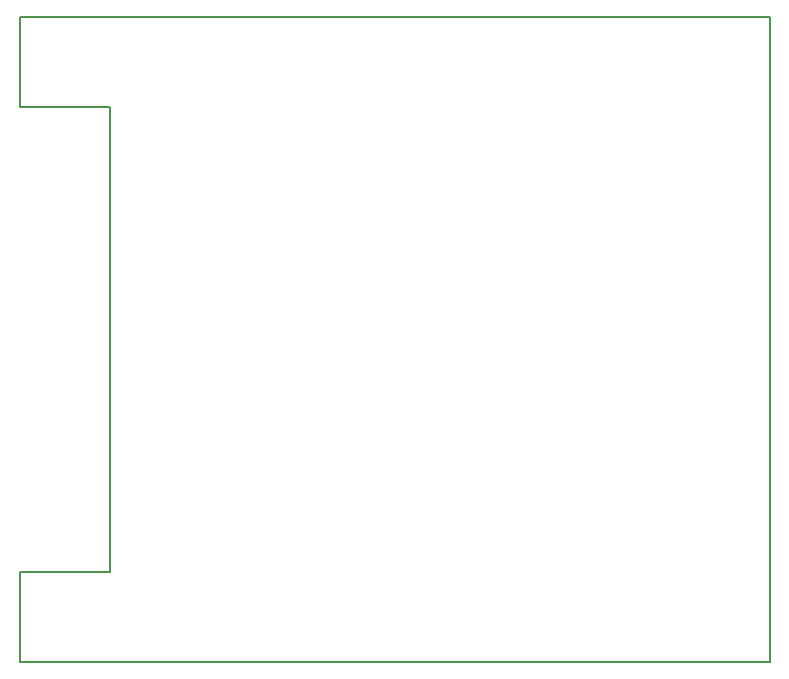
<source format=gbr>
%TF.GenerationSoftware,KiCad,Pcbnew,(5.1.9)-1*%
%TF.CreationDate,2021-11-09T16:48:14-06:00*%
%TF.ProjectId,zigbeeCape,7a696762-6565-4436-9170-652e6b696361,rev?*%
%TF.SameCoordinates,Original*%
%TF.FileFunction,Profile,NP*%
%FSLAX46Y46*%
G04 Gerber Fmt 4.6, Leading zero omitted, Abs format (unit mm)*
G04 Created by KiCad (PCBNEW (5.1.9)-1) date 2021-11-09 16:48:14*
%MOMM*%
%LPD*%
G01*
G04 APERTURE LIST*
%TA.AperFunction,Profile*%
%ADD10C,0.150000*%
%TD*%
G04 APERTURE END LIST*
D10*
X0Y46990000D02*
X7620000Y46990000D01*
X0Y46990000D02*
X0Y54610000D01*
X0Y54610000D02*
X63500000Y54610000D01*
X63500000Y0D02*
X63500000Y54610000D01*
X0Y0D02*
X63500000Y0D01*
X0Y0D02*
X0Y7620000D01*
X0Y7620000D02*
X7620000Y7620000D01*
X7620000Y7620000D02*
X7620000Y46990000D01*
M02*

</source>
